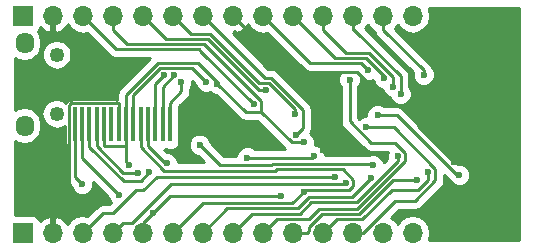
<source format=gbr>
G04 #@! TF.FileFunction,Copper,L2,Bot,Signal*
%FSLAX46Y46*%
G04 Gerber Fmt 4.6, Leading zero omitted, Abs format (unit mm)*
G04 Created by KiCad (PCBNEW 4.0.7-e2-6376~61~ubuntu18.04.1) date Sun Sep 30 15:28:24 2018*
%MOMM*%
%LPD*%
G01*
G04 APERTURE LIST*
%ADD10C,0.100000*%
%ADD11O,1.250000X1.250000*%
%ADD12O,1.550000X1.800000*%
%ADD13R,0.320000X3.000000*%
%ADD14R,1.700000X1.700000*%
%ADD15O,1.700000X1.700000*%
%ADD16C,0.600000*%
%ADD17C,0.240000*%
%ADD18C,0.254000*%
G04 APERTURE END LIST*
D10*
D11*
X54162540Y-54599100D03*
X54162540Y-59599100D03*
D12*
X51462540Y-53599100D03*
X51462540Y-60599100D03*
D13*
X55700000Y-60500000D03*
X56320000Y-60500000D03*
X56940000Y-60500000D03*
X57560000Y-60500000D03*
X58180000Y-60500000D03*
X58800000Y-60500000D03*
X59420000Y-60500000D03*
X60040000Y-60500000D03*
X60660000Y-60500000D03*
X61280000Y-60500000D03*
X61900000Y-60500000D03*
X62520000Y-60500000D03*
X63140000Y-60500000D03*
X63760000Y-60500000D03*
D14*
X51300000Y-51300000D03*
D15*
X53840000Y-51300000D03*
X56380000Y-51300000D03*
X58920000Y-51300000D03*
X61460000Y-51300000D03*
X64000000Y-51300000D03*
X66540000Y-51300000D03*
X69080000Y-51300000D03*
X71620000Y-51300000D03*
X74160000Y-51300000D03*
X76700000Y-51300000D03*
X79240000Y-51300000D03*
X81780000Y-51300000D03*
X84320000Y-51300000D03*
D14*
X51300000Y-69700000D03*
D15*
X53840000Y-69700000D03*
X56380000Y-69700000D03*
X58920000Y-69700000D03*
X61460000Y-69700000D03*
X64000000Y-69700000D03*
X66540000Y-69700000D03*
X69080000Y-69700000D03*
X71620000Y-69700000D03*
X74160000Y-69700000D03*
X76700000Y-69700000D03*
X79240000Y-69700000D03*
X81780000Y-69700000D03*
X84320000Y-69700000D03*
D16*
X89700000Y-57900000D03*
X89700000Y-51300000D03*
X53800000Y-63600000D03*
X77500000Y-59100000D03*
X67000000Y-59600000D03*
X51700000Y-56100000D03*
X84780600Y-59418600D03*
X87836900Y-63711700D03*
X76759800Y-62643900D03*
X72659300Y-53592100D03*
X70329000Y-63308300D03*
X75967200Y-63154600D03*
X81337300Y-59719700D03*
X88266600Y-64796600D03*
X67780200Y-57058300D03*
X60319100Y-63919200D03*
X75105800Y-62017900D03*
X64122600Y-56350600D03*
X64724200Y-56930500D03*
X56329500Y-65563500D03*
X59452400Y-66498700D03*
X62022000Y-64538500D03*
X61054900Y-64621300D03*
X66824300Y-56909700D03*
X80956200Y-63978600D03*
X66272500Y-62228300D03*
X75092300Y-66210700D03*
X62318800Y-67977300D03*
X63503200Y-63791600D03*
X73129300Y-66544900D03*
X63246000Y-56327900D03*
X80756000Y-65003200D03*
X83055500Y-63200400D03*
X83287200Y-57922000D03*
X82666800Y-57303000D03*
X81923300Y-56597200D03*
X80524400Y-55895700D03*
X85241900Y-56290400D03*
X74477000Y-61380600D03*
X74338100Y-59618000D03*
X71887300Y-57626100D03*
X70848700Y-58798100D03*
X78654900Y-65437600D03*
X78967800Y-56716400D03*
X77745900Y-64935600D03*
X84693300Y-65248300D03*
X85599500Y-64517500D03*
X80375800Y-60760300D03*
D17*
X89700000Y-51300000D02*
X89700000Y-57900000D01*
X88181400Y-59418600D02*
X89700000Y-57900000D01*
X88181400Y-59418600D02*
X84780600Y-59418600D01*
X53840000Y-69700000D02*
X53840000Y-63640000D01*
X53840000Y-63640000D02*
X53800000Y-63600000D01*
X76759800Y-62643900D02*
X76759800Y-59840200D01*
X76759800Y-59840200D02*
X77500000Y-59100000D01*
X53840000Y-51300000D02*
X53840000Y-52760000D01*
X52900000Y-54900000D02*
X51700000Y-56100000D01*
X52900000Y-53700000D02*
X52900000Y-54900000D01*
X53840000Y-52760000D02*
X52900000Y-53700000D01*
X69080000Y-51300000D02*
X71372100Y-53592100D01*
X71372100Y-53592100D02*
X72659300Y-53592100D01*
X53840000Y-51300000D02*
X53840000Y-52470300D01*
X53840000Y-69700000D02*
X53840000Y-68529700D01*
X55406800Y-54037100D02*
X55406800Y-58679000D01*
X53840000Y-52470300D02*
X55406800Y-54037100D01*
X55219600Y-58866200D02*
X55406800Y-58679000D01*
X55219600Y-67150100D02*
X55219600Y-58866200D01*
X53840000Y-68529700D02*
X55219600Y-67150100D01*
X59419300Y-58679000D02*
X59420000Y-58679700D01*
X55406800Y-58679000D02*
X59419300Y-58679000D01*
X59420000Y-60500000D02*
X59420000Y-58679700D01*
X84780600Y-60655400D02*
X84780600Y-59418600D01*
X87836900Y-63711700D02*
X84780600Y-60655400D01*
X76759800Y-56776500D02*
X76759800Y-62643900D01*
X75843700Y-56776500D02*
X76759800Y-56776500D01*
X72659300Y-53592100D02*
X75843700Y-56776500D01*
X84256900Y-58894900D02*
X84780600Y-59418600D01*
X82430600Y-58894900D02*
X84256900Y-58894900D01*
X79626600Y-56090900D02*
X82430600Y-58894900D01*
X77445400Y-56090900D02*
X79626600Y-56090900D01*
X76759800Y-56776500D02*
X77445400Y-56090900D01*
X75813500Y-63308300D02*
X75967200Y-63154600D01*
X70329000Y-63308300D02*
X75813500Y-63308300D01*
X88044600Y-64796600D02*
X88266600Y-64796600D01*
X82967700Y-59719700D02*
X88044600Y-64796600D01*
X81337300Y-59719700D02*
X82967700Y-59719700D01*
X58920000Y-51300000D02*
X58920000Y-52470300D01*
X58180000Y-60500000D02*
X58180000Y-62320300D01*
X60040000Y-60500000D02*
X60040000Y-58679700D01*
X60040000Y-60500000D02*
X60040000Y-62320300D01*
X58180000Y-62320300D02*
X60040000Y-62320300D01*
X60040000Y-63640100D02*
X60319100Y-63919200D01*
X60040000Y-62320300D02*
X60040000Y-63640100D01*
X70168100Y-59446200D02*
X67780200Y-57058300D01*
X71484200Y-59446200D02*
X70168100Y-59446200D01*
X74055900Y-62017900D02*
X71484200Y-59446200D01*
X75105800Y-62017900D02*
X74055900Y-62017900D01*
X60152800Y-53703100D02*
X58920000Y-52470300D01*
X66631000Y-53703100D02*
X60152800Y-53703100D01*
X71484200Y-58556300D02*
X66631000Y-53703100D01*
X71484200Y-59446200D02*
X71484200Y-58556300D01*
X60040000Y-57990400D02*
X60040000Y-58679700D01*
X62763100Y-55267300D02*
X60040000Y-57990400D01*
X66116000Y-55267300D02*
X62763100Y-55267300D01*
X67780200Y-56931500D02*
X66116000Y-55267300D01*
X67780200Y-57058300D02*
X67780200Y-56931500D01*
X63140000Y-57333200D02*
X64122600Y-56350600D01*
X63140000Y-60500000D02*
X63140000Y-57333200D01*
X63760000Y-60500000D02*
X63760000Y-58679700D01*
X64724200Y-57715500D02*
X64724200Y-56930500D01*
X63760000Y-58679700D02*
X64724200Y-57715500D01*
X55700000Y-64934000D02*
X55700000Y-60500000D01*
X56329500Y-65563500D02*
X55700000Y-64934000D01*
X56320000Y-63366300D02*
X56320000Y-60500000D01*
X59452400Y-66498700D02*
X56320000Y-63366300D01*
X56940000Y-62389400D02*
X56940000Y-60500000D01*
X59835500Y-65284900D02*
X56940000Y-62389400D01*
X61275600Y-65284900D02*
X59835500Y-65284900D01*
X62022000Y-64538500D02*
X61275600Y-65284900D01*
X57560000Y-62354800D02*
X57560000Y-60500000D01*
X59826500Y-64621300D02*
X57560000Y-62354800D01*
X61054900Y-64621300D02*
X59826500Y-64621300D01*
X60660000Y-60500000D02*
X60660000Y-58679700D01*
X60660000Y-57997100D02*
X60660000Y-58679700D01*
X62949500Y-55707600D02*
X60660000Y-57997100D01*
X65622200Y-55707600D02*
X62949500Y-55707600D01*
X66824300Y-56909700D02*
X65622200Y-55707600D01*
X68002100Y-63957900D02*
X66272500Y-62228300D01*
X72353600Y-63957900D02*
X68002100Y-63957900D01*
X72456900Y-63854600D02*
X72353600Y-63957900D01*
X80832200Y-63854600D02*
X72456900Y-63854600D01*
X80956200Y-63978600D02*
X80832200Y-63854600D01*
X64000000Y-69700000D02*
X66524900Y-67175100D01*
X66524900Y-67175100D02*
X74127900Y-67175100D01*
X74127900Y-67175100D02*
X75092300Y-66210700D01*
X61280000Y-60500000D02*
X61280000Y-62320300D01*
X75230000Y-66073000D02*
X75092300Y-66210700D01*
X78959200Y-66073000D02*
X75230000Y-66073000D01*
X79294400Y-65737800D02*
X78959200Y-66073000D01*
X79294400Y-65185900D02*
X79294400Y-65737800D01*
X78420500Y-64312000D02*
X79294400Y-65185900D01*
X72804600Y-64312000D02*
X78420500Y-64312000D01*
X72684200Y-64432400D02*
X72804600Y-64312000D01*
X63255300Y-64432400D02*
X72684200Y-64432400D01*
X61280000Y-62457100D02*
X63255300Y-64432400D01*
X61280000Y-62320300D02*
X61280000Y-62457100D01*
X61460000Y-69700000D02*
X61460000Y-68836100D01*
X61460000Y-68836100D02*
X62318800Y-67977300D01*
X61900000Y-60500000D02*
X61900000Y-62320300D01*
X63371300Y-63791600D02*
X63503200Y-63791600D01*
X61900000Y-62320300D02*
X63371300Y-63791600D01*
X63751200Y-66544900D02*
X73129300Y-66544900D01*
X62318800Y-67977300D02*
X63751200Y-66544900D01*
X62520000Y-57053900D02*
X62520000Y-60500000D01*
X63246000Y-56327900D02*
X62520000Y-57053900D01*
X66540000Y-69700000D02*
X68624600Y-67615400D01*
X68624600Y-67615400D02*
X74565100Y-67615400D01*
X74565100Y-67615400D02*
X75557100Y-66623400D01*
X75557100Y-66623400D02*
X79135800Y-66623400D01*
X79135800Y-66623400D02*
X80756000Y-65003200D01*
X69080000Y-69700000D02*
X70724300Y-68055700D01*
X70724300Y-68055700D02*
X74747500Y-68055700D01*
X74747500Y-68055700D02*
X75739400Y-67063800D01*
X75739400Y-67063800D02*
X79572700Y-67063800D01*
X79572700Y-67063800D02*
X83055500Y-63581000D01*
X83055500Y-63581000D02*
X83055500Y-63200400D01*
X79240000Y-51300000D02*
X79240000Y-52470300D01*
X83287200Y-56444400D02*
X83287200Y-57922000D01*
X79313100Y-52470300D02*
X83287200Y-56444400D01*
X79240000Y-52470300D02*
X79313100Y-52470300D01*
X76700000Y-51300000D02*
X76700000Y-52502081D01*
X76700000Y-52502081D02*
X78630009Y-54432090D01*
X78630009Y-54432090D02*
X80640990Y-54432090D01*
X80640990Y-54432090D02*
X82666700Y-56457800D01*
X82666700Y-56457800D02*
X82666700Y-57303000D01*
X82666700Y-57303000D02*
X82666800Y-57303000D01*
X74160000Y-51300000D02*
X77732100Y-54872100D01*
X77732100Y-54872100D02*
X80398900Y-54872100D01*
X80398900Y-54872100D02*
X81923300Y-56396500D01*
X81923300Y-56396500D02*
X81923300Y-56597200D01*
X71620000Y-51300000D02*
X75632500Y-55312500D01*
X75632500Y-55312500D02*
X79941200Y-55312500D01*
X79941200Y-55312500D02*
X80524400Y-55895700D01*
X85241900Y-55932200D02*
X85241900Y-56290400D01*
X81780000Y-52470300D02*
X85241900Y-55932200D01*
X81780000Y-51300000D02*
X81780000Y-52470300D01*
X72300000Y-56538600D02*
X75012100Y-59250700D01*
X71778600Y-56538600D02*
X72300000Y-56538600D01*
X66540000Y-51300000D02*
X71778600Y-56538600D01*
X75012100Y-59250700D02*
X75012100Y-60845500D01*
X75012100Y-60845500D02*
X74477000Y-61380600D01*
X72138500Y-57000000D02*
X74338100Y-59199600D01*
X67145350Y-52823082D02*
X71322268Y-57000000D01*
X71322268Y-57000000D02*
X72138500Y-57000000D01*
X64000000Y-51300000D02*
X65523081Y-52823081D01*
X65523081Y-52823081D02*
X67145350Y-52823082D01*
X74338100Y-59199600D02*
X74338100Y-59618000D01*
X61460000Y-51300000D02*
X63423090Y-53263090D01*
X63423090Y-53263090D02*
X66963091Y-53263091D01*
X66963091Y-53263091D02*
X71326100Y-57626100D01*
X71326100Y-57626100D02*
X71887300Y-57626100D01*
X56380000Y-51300000D02*
X59223110Y-54143110D01*
X59223110Y-54143110D02*
X66193710Y-54143110D01*
X66193710Y-54143110D02*
X66421900Y-54371300D01*
X66421900Y-54371300D02*
X70848700Y-58798100D01*
X58920000Y-69700000D02*
X59769999Y-68850001D01*
X60568899Y-68850001D02*
X63828500Y-65590400D01*
X78502100Y-65590400D02*
X78654900Y-65437600D01*
X59769999Y-68850001D02*
X60568899Y-68850001D01*
X63828500Y-65590400D02*
X78502100Y-65590400D01*
X71620000Y-69700000D02*
X72790300Y-68529700D01*
X72790300Y-68529700D02*
X75519100Y-68529700D01*
X83679800Y-63579400D02*
X83679800Y-62937900D01*
X75519100Y-68529700D02*
X76399900Y-67648900D01*
X76399900Y-67648900D02*
X79610300Y-67648900D01*
X79610300Y-67648900D02*
X83679800Y-63579400D01*
X83679800Y-62937900D02*
X82829300Y-62087400D01*
X78967900Y-60250500D02*
X78967900Y-56716400D01*
X82829300Y-62087400D02*
X80804800Y-62087400D01*
X80804800Y-62087400D02*
X78967900Y-60250500D01*
X78967900Y-56716400D02*
X78967800Y-56716400D01*
X56380000Y-69700000D02*
X58080000Y-68000000D01*
X58957600Y-68000000D02*
X60893700Y-66063900D01*
X58080000Y-68000000D02*
X58957600Y-68000000D01*
X60893700Y-66063900D02*
X61516300Y-66063900D01*
X61516300Y-66063900D02*
X62644600Y-64935600D01*
X62644600Y-64935600D02*
X77745900Y-64935600D01*
X74160000Y-69700000D02*
X75362081Y-69700000D01*
X75362081Y-69700000D02*
X75529999Y-69532082D01*
X75529999Y-69214901D02*
X76655600Y-68089300D01*
X75529999Y-69532082D02*
X75529999Y-69214901D01*
X79792600Y-68089300D02*
X82633600Y-65248300D01*
X76655600Y-68089300D02*
X79792600Y-68089300D01*
X82633600Y-65248300D02*
X84693300Y-65248300D01*
X76700000Y-69700000D02*
X77870300Y-68529700D01*
X77870300Y-68529700D02*
X80059300Y-68529700D01*
X80059300Y-68529700D02*
X82526400Y-66062600D01*
X85599500Y-65240100D02*
X85599500Y-64517500D01*
X82526400Y-66062600D02*
X84777000Y-66062600D01*
X84777000Y-66062600D02*
X85599500Y-65240100D01*
X79240000Y-69700000D02*
X80124200Y-69700000D01*
X80124200Y-69700000D02*
X82818400Y-67005800D01*
X82818400Y-67005800D02*
X84477200Y-67005800D01*
X84477200Y-67005800D02*
X86246700Y-65236300D01*
X86246700Y-65236300D02*
X86246700Y-64254100D01*
X86246700Y-64254100D02*
X82752900Y-60760300D01*
X82752900Y-60760300D02*
X80375800Y-60760300D01*
D18*
G36*
X93315000Y-70315000D02*
X85680186Y-70315000D01*
X85691961Y-70297378D01*
X85805000Y-69729093D01*
X85805000Y-69670907D01*
X85691961Y-69102622D01*
X85370054Y-68620853D01*
X84888285Y-68298946D01*
X84320000Y-68185907D01*
X83751715Y-68298946D01*
X83269946Y-68620853D01*
X83050000Y-68950026D01*
X82830054Y-68620853D01*
X82494972Y-68396959D01*
X83131131Y-67760800D01*
X84477195Y-67760800D01*
X84477200Y-67760801D01*
X84766126Y-67703329D01*
X85011066Y-67539666D01*
X86780566Y-65770166D01*
X86944229Y-65525226D01*
X87001701Y-65236300D01*
X87001700Y-65236295D01*
X87001700Y-64821432D01*
X87450720Y-65270452D01*
X87473483Y-65325543D01*
X87736273Y-65588792D01*
X88079801Y-65731438D01*
X88451767Y-65731762D01*
X88795543Y-65589717D01*
X89058792Y-65326927D01*
X89201438Y-64983399D01*
X89201762Y-64611433D01*
X89059717Y-64267657D01*
X88796927Y-64004408D01*
X88453399Y-63861762D01*
X88177253Y-63861521D01*
X83501566Y-59185834D01*
X83256626Y-59022171D01*
X82967700Y-58964699D01*
X82967695Y-58964700D01*
X81904754Y-58964700D01*
X81867627Y-58927508D01*
X81524099Y-58784862D01*
X81152133Y-58784538D01*
X80808357Y-58926583D01*
X80545108Y-59189373D01*
X80402462Y-59532901D01*
X80402207Y-59825322D01*
X80190633Y-59825138D01*
X79846857Y-59967183D01*
X79799545Y-60014413D01*
X79722900Y-59937768D01*
X79722900Y-57283754D01*
X79759992Y-57246727D01*
X79902638Y-56903199D01*
X79902905Y-56596565D01*
X79994073Y-56687892D01*
X80337601Y-56830538D01*
X80709567Y-56830862D01*
X80988196Y-56715735D01*
X80988138Y-56782367D01*
X81130183Y-57126143D01*
X81392973Y-57389392D01*
X81736501Y-57532038D01*
X81749770Y-57532050D01*
X81873683Y-57831943D01*
X82136473Y-58095192D01*
X82390710Y-58200761D01*
X82494083Y-58450943D01*
X82756873Y-58714192D01*
X83100401Y-58856838D01*
X83472367Y-58857162D01*
X83816143Y-58715117D01*
X84079392Y-58452327D01*
X84222038Y-58108799D01*
X84222362Y-57736833D01*
X84080317Y-57393057D01*
X84042200Y-57354873D01*
X84042200Y-56444400D01*
X83984729Y-56155474D01*
X83821066Y-55910534D01*
X80289829Y-52379297D01*
X80290054Y-52379147D01*
X80510000Y-52049974D01*
X80729946Y-52379147D01*
X81049315Y-52592542D01*
X81082471Y-52759226D01*
X81246134Y-53004166D01*
X84318360Y-56076392D01*
X84307062Y-56103601D01*
X84306738Y-56475567D01*
X84448783Y-56819343D01*
X84711573Y-57082592D01*
X85055101Y-57225238D01*
X85427067Y-57225562D01*
X85770843Y-57083517D01*
X86034092Y-56820727D01*
X86176738Y-56477199D01*
X86177062Y-56105233D01*
X86035017Y-55761457D01*
X85945000Y-55671283D01*
X85939429Y-55643274D01*
X85775766Y-55398334D01*
X82786009Y-52408577D01*
X82830054Y-52379147D01*
X83050000Y-52049974D01*
X83269946Y-52379147D01*
X83751715Y-52701054D01*
X84320000Y-52814093D01*
X84888285Y-52701054D01*
X85370054Y-52379147D01*
X85691961Y-51897378D01*
X85805000Y-51329093D01*
X85805000Y-51270907D01*
X85691961Y-50702622D01*
X85680186Y-50685000D01*
X93315000Y-50685000D01*
X93315000Y-70315000D01*
X93315000Y-70315000D01*
G37*
X93315000Y-70315000D02*
X85680186Y-70315000D01*
X85691961Y-70297378D01*
X85805000Y-69729093D01*
X85805000Y-69670907D01*
X85691961Y-69102622D01*
X85370054Y-68620853D01*
X84888285Y-68298946D01*
X84320000Y-68185907D01*
X83751715Y-68298946D01*
X83269946Y-68620853D01*
X83050000Y-68950026D01*
X82830054Y-68620853D01*
X82494972Y-68396959D01*
X83131131Y-67760800D01*
X84477195Y-67760800D01*
X84477200Y-67760801D01*
X84766126Y-67703329D01*
X85011066Y-67539666D01*
X86780566Y-65770166D01*
X86944229Y-65525226D01*
X87001701Y-65236300D01*
X87001700Y-65236295D01*
X87001700Y-64821432D01*
X87450720Y-65270452D01*
X87473483Y-65325543D01*
X87736273Y-65588792D01*
X88079801Y-65731438D01*
X88451767Y-65731762D01*
X88795543Y-65589717D01*
X89058792Y-65326927D01*
X89201438Y-64983399D01*
X89201762Y-64611433D01*
X89059717Y-64267657D01*
X88796927Y-64004408D01*
X88453399Y-63861762D01*
X88177253Y-63861521D01*
X83501566Y-59185834D01*
X83256626Y-59022171D01*
X82967700Y-58964699D01*
X82967695Y-58964700D01*
X81904754Y-58964700D01*
X81867627Y-58927508D01*
X81524099Y-58784862D01*
X81152133Y-58784538D01*
X80808357Y-58926583D01*
X80545108Y-59189373D01*
X80402462Y-59532901D01*
X80402207Y-59825322D01*
X80190633Y-59825138D01*
X79846857Y-59967183D01*
X79799545Y-60014413D01*
X79722900Y-59937768D01*
X79722900Y-57283754D01*
X79759992Y-57246727D01*
X79902638Y-56903199D01*
X79902905Y-56596565D01*
X79994073Y-56687892D01*
X80337601Y-56830538D01*
X80709567Y-56830862D01*
X80988196Y-56715735D01*
X80988138Y-56782367D01*
X81130183Y-57126143D01*
X81392973Y-57389392D01*
X81736501Y-57532038D01*
X81749770Y-57532050D01*
X81873683Y-57831943D01*
X82136473Y-58095192D01*
X82390710Y-58200761D01*
X82494083Y-58450943D01*
X82756873Y-58714192D01*
X83100401Y-58856838D01*
X83472367Y-58857162D01*
X83816143Y-58715117D01*
X84079392Y-58452327D01*
X84222038Y-58108799D01*
X84222362Y-57736833D01*
X84080317Y-57393057D01*
X84042200Y-57354873D01*
X84042200Y-56444400D01*
X83984729Y-56155474D01*
X83821066Y-55910534D01*
X80289829Y-52379297D01*
X80290054Y-52379147D01*
X80510000Y-52049974D01*
X80729946Y-52379147D01*
X81049315Y-52592542D01*
X81082471Y-52759226D01*
X81246134Y-53004166D01*
X84318360Y-56076392D01*
X84307062Y-56103601D01*
X84306738Y-56475567D01*
X84448783Y-56819343D01*
X84711573Y-57082592D01*
X85055101Y-57225238D01*
X85427067Y-57225562D01*
X85770843Y-57083517D01*
X86034092Y-56820727D01*
X86176738Y-56477199D01*
X86177062Y-56105233D01*
X86035017Y-55761457D01*
X85945000Y-55671283D01*
X85939429Y-55643274D01*
X85775766Y-55398334D01*
X82786009Y-52408577D01*
X82830054Y-52379147D01*
X83050000Y-52049974D01*
X83269946Y-52379147D01*
X83751715Y-52701054D01*
X84320000Y-52814093D01*
X84888285Y-52701054D01*
X85370054Y-52379147D01*
X85691961Y-51897378D01*
X85805000Y-51329093D01*
X85805000Y-51270907D01*
X85691961Y-50702622D01*
X85680186Y-50685000D01*
X93315000Y-50685000D01*
X93315000Y-70315000D01*
G36*
X53967000Y-51173000D02*
X53987000Y-51173000D01*
X53987000Y-51427000D01*
X53967000Y-51427000D01*
X53967000Y-52620155D01*
X54196890Y-52741476D01*
X54606924Y-52571645D01*
X55035183Y-52181358D01*
X55102298Y-52038447D01*
X55329946Y-52379147D01*
X55811715Y-52701054D01*
X56380000Y-52814093D01*
X56752305Y-52740037D01*
X58689242Y-54676973D01*
X58689244Y-54676976D01*
X58841387Y-54778634D01*
X58934184Y-54840639D01*
X59223110Y-54898111D01*
X59223115Y-54898110D01*
X62064558Y-54898110D01*
X59506134Y-57456534D01*
X59342471Y-57701474D01*
X59284999Y-57990400D01*
X59285000Y-57990405D01*
X59285000Y-58453523D01*
X59236924Y-58420674D01*
X59181250Y-58365000D01*
X59133691Y-58365000D01*
X59096829Y-58380269D01*
X58960000Y-58352560D01*
X58640000Y-58352560D01*
X58484493Y-58381821D01*
X58340000Y-58352560D01*
X58020000Y-58352560D01*
X57864493Y-58381821D01*
X57720000Y-58352560D01*
X57400000Y-58352560D01*
X57244493Y-58381821D01*
X57100000Y-58352560D01*
X56780000Y-58352560D01*
X56624493Y-58381821D01*
X56480000Y-58352560D01*
X56160000Y-58352560D01*
X56004493Y-58381821D01*
X55860000Y-58352560D01*
X55540000Y-58352560D01*
X55304683Y-58396838D01*
X55088559Y-58535910D01*
X55004510Y-58658920D01*
X54669406Y-58435012D01*
X54187225Y-58339100D01*
X54137855Y-58339100D01*
X53655674Y-58435012D01*
X53246900Y-58708145D01*
X52973767Y-59116919D01*
X52877855Y-59599100D01*
X52973767Y-60081281D01*
X53246900Y-60490055D01*
X53655674Y-60763188D01*
X54137855Y-60859100D01*
X54187225Y-60859100D01*
X54669406Y-60763188D01*
X54892560Y-60614082D01*
X54892560Y-62000000D01*
X54936838Y-62235317D01*
X54945000Y-62248001D01*
X54945000Y-64933995D01*
X54944999Y-64934000D01*
X55002471Y-65222926D01*
X55166134Y-65467866D01*
X55394384Y-65696115D01*
X55394338Y-65748667D01*
X55536383Y-66092443D01*
X55799173Y-66355692D01*
X56142701Y-66498338D01*
X56514667Y-66498662D01*
X56858443Y-66356617D01*
X57121692Y-66093827D01*
X57264338Y-65750299D01*
X57264662Y-65378693D01*
X58517284Y-66631315D01*
X58517238Y-66683867D01*
X58659283Y-67027643D01*
X58760665Y-67129203D01*
X58644868Y-67245000D01*
X58080000Y-67245000D01*
X57791074Y-67302471D01*
X57546134Y-67466134D01*
X56752305Y-68259963D01*
X56380000Y-68185907D01*
X55811715Y-68298946D01*
X55329946Y-68620853D01*
X55102298Y-68961553D01*
X55035183Y-68818642D01*
X54606924Y-68428355D01*
X54196890Y-68258524D01*
X53967000Y-68379845D01*
X53967000Y-69573000D01*
X53987000Y-69573000D01*
X53987000Y-69827000D01*
X53967000Y-69827000D01*
X53967000Y-69847000D01*
X53713000Y-69847000D01*
X53713000Y-69827000D01*
X53693000Y-69827000D01*
X53693000Y-69573000D01*
X53713000Y-69573000D01*
X53713000Y-68379845D01*
X53483110Y-68258524D01*
X53073076Y-68428355D01*
X52770063Y-68704501D01*
X52753162Y-68614683D01*
X52614090Y-68398559D01*
X52401890Y-68253569D01*
X52150000Y-68202560D01*
X50685000Y-68202560D01*
X50685000Y-61897845D01*
X50922956Y-62056842D01*
X51462540Y-62164172D01*
X52002124Y-62056842D01*
X52459561Y-61751193D01*
X52765210Y-61293756D01*
X52872540Y-60754172D01*
X52872540Y-60444028D01*
X52765210Y-59904444D01*
X52459561Y-59447007D01*
X52002124Y-59141358D01*
X51462540Y-59034028D01*
X50922956Y-59141358D01*
X50685000Y-59300355D01*
X50685000Y-54897845D01*
X50922956Y-55056842D01*
X51462540Y-55164172D01*
X52002124Y-55056842D01*
X52459561Y-54751193D01*
X52561186Y-54599100D01*
X52877855Y-54599100D01*
X52973767Y-55081281D01*
X53246900Y-55490055D01*
X53655674Y-55763188D01*
X54137855Y-55859100D01*
X54187225Y-55859100D01*
X54669406Y-55763188D01*
X55078180Y-55490055D01*
X55351313Y-55081281D01*
X55447225Y-54599100D01*
X55351313Y-54116919D01*
X55078180Y-53708145D01*
X54669406Y-53435012D01*
X54187225Y-53339100D01*
X54137855Y-53339100D01*
X53655674Y-53435012D01*
X53246900Y-53708145D01*
X52973767Y-54116919D01*
X52877855Y-54599100D01*
X52561186Y-54599100D01*
X52765210Y-54293756D01*
X52872540Y-53754172D01*
X52872540Y-53444028D01*
X52765210Y-52904444D01*
X52580294Y-52627698D01*
X52601441Y-52614090D01*
X52746431Y-52401890D01*
X52768301Y-52293893D01*
X53073076Y-52571645D01*
X53483110Y-52741476D01*
X53713000Y-52620155D01*
X53713000Y-51427000D01*
X53693000Y-51427000D01*
X53693000Y-51173000D01*
X53713000Y-51173000D01*
X53713000Y-51153000D01*
X53967000Y-51153000D01*
X53967000Y-51173000D01*
X53967000Y-51173000D01*
G37*
X53967000Y-51173000D02*
X53987000Y-51173000D01*
X53987000Y-51427000D01*
X53967000Y-51427000D01*
X53967000Y-52620155D01*
X54196890Y-52741476D01*
X54606924Y-52571645D01*
X55035183Y-52181358D01*
X55102298Y-52038447D01*
X55329946Y-52379147D01*
X55811715Y-52701054D01*
X56380000Y-52814093D01*
X56752305Y-52740037D01*
X58689242Y-54676973D01*
X58689244Y-54676976D01*
X58841387Y-54778634D01*
X58934184Y-54840639D01*
X59223110Y-54898111D01*
X59223115Y-54898110D01*
X62064558Y-54898110D01*
X59506134Y-57456534D01*
X59342471Y-57701474D01*
X59284999Y-57990400D01*
X59285000Y-57990405D01*
X59285000Y-58453523D01*
X59236924Y-58420674D01*
X59181250Y-58365000D01*
X59133691Y-58365000D01*
X59096829Y-58380269D01*
X58960000Y-58352560D01*
X58640000Y-58352560D01*
X58484493Y-58381821D01*
X58340000Y-58352560D01*
X58020000Y-58352560D01*
X57864493Y-58381821D01*
X57720000Y-58352560D01*
X57400000Y-58352560D01*
X57244493Y-58381821D01*
X57100000Y-58352560D01*
X56780000Y-58352560D01*
X56624493Y-58381821D01*
X56480000Y-58352560D01*
X56160000Y-58352560D01*
X56004493Y-58381821D01*
X55860000Y-58352560D01*
X55540000Y-58352560D01*
X55304683Y-58396838D01*
X55088559Y-58535910D01*
X55004510Y-58658920D01*
X54669406Y-58435012D01*
X54187225Y-58339100D01*
X54137855Y-58339100D01*
X53655674Y-58435012D01*
X53246900Y-58708145D01*
X52973767Y-59116919D01*
X52877855Y-59599100D01*
X52973767Y-60081281D01*
X53246900Y-60490055D01*
X53655674Y-60763188D01*
X54137855Y-60859100D01*
X54187225Y-60859100D01*
X54669406Y-60763188D01*
X54892560Y-60614082D01*
X54892560Y-62000000D01*
X54936838Y-62235317D01*
X54945000Y-62248001D01*
X54945000Y-64933995D01*
X54944999Y-64934000D01*
X55002471Y-65222926D01*
X55166134Y-65467866D01*
X55394384Y-65696115D01*
X55394338Y-65748667D01*
X55536383Y-66092443D01*
X55799173Y-66355692D01*
X56142701Y-66498338D01*
X56514667Y-66498662D01*
X56858443Y-66356617D01*
X57121692Y-66093827D01*
X57264338Y-65750299D01*
X57264662Y-65378693D01*
X58517284Y-66631315D01*
X58517238Y-66683867D01*
X58659283Y-67027643D01*
X58760665Y-67129203D01*
X58644868Y-67245000D01*
X58080000Y-67245000D01*
X57791074Y-67302471D01*
X57546134Y-67466134D01*
X56752305Y-68259963D01*
X56380000Y-68185907D01*
X55811715Y-68298946D01*
X55329946Y-68620853D01*
X55102298Y-68961553D01*
X55035183Y-68818642D01*
X54606924Y-68428355D01*
X54196890Y-68258524D01*
X53967000Y-68379845D01*
X53967000Y-69573000D01*
X53987000Y-69573000D01*
X53987000Y-69827000D01*
X53967000Y-69827000D01*
X53967000Y-69847000D01*
X53713000Y-69847000D01*
X53713000Y-69827000D01*
X53693000Y-69827000D01*
X53693000Y-69573000D01*
X53713000Y-69573000D01*
X53713000Y-68379845D01*
X53483110Y-68258524D01*
X53073076Y-68428355D01*
X52770063Y-68704501D01*
X52753162Y-68614683D01*
X52614090Y-68398559D01*
X52401890Y-68253569D01*
X52150000Y-68202560D01*
X50685000Y-68202560D01*
X50685000Y-61897845D01*
X50922956Y-62056842D01*
X51462540Y-62164172D01*
X52002124Y-62056842D01*
X52459561Y-61751193D01*
X52765210Y-61293756D01*
X52872540Y-60754172D01*
X52872540Y-60444028D01*
X52765210Y-59904444D01*
X52459561Y-59447007D01*
X52002124Y-59141358D01*
X51462540Y-59034028D01*
X50922956Y-59141358D01*
X50685000Y-59300355D01*
X50685000Y-54897845D01*
X50922956Y-55056842D01*
X51462540Y-55164172D01*
X52002124Y-55056842D01*
X52459561Y-54751193D01*
X52561186Y-54599100D01*
X52877855Y-54599100D01*
X52973767Y-55081281D01*
X53246900Y-55490055D01*
X53655674Y-55763188D01*
X54137855Y-55859100D01*
X54187225Y-55859100D01*
X54669406Y-55763188D01*
X55078180Y-55490055D01*
X55351313Y-55081281D01*
X55447225Y-54599100D01*
X55351313Y-54116919D01*
X55078180Y-53708145D01*
X54669406Y-53435012D01*
X54187225Y-53339100D01*
X54137855Y-53339100D01*
X53655674Y-53435012D01*
X53246900Y-53708145D01*
X52973767Y-54116919D01*
X52877855Y-54599100D01*
X52561186Y-54599100D01*
X52765210Y-54293756D01*
X52872540Y-53754172D01*
X52872540Y-53444028D01*
X52765210Y-52904444D01*
X52580294Y-52627698D01*
X52601441Y-52614090D01*
X52746431Y-52401890D01*
X52768301Y-52293893D01*
X53073076Y-52571645D01*
X53483110Y-52741476D01*
X53713000Y-52620155D01*
X53713000Y-51427000D01*
X53693000Y-51427000D01*
X53693000Y-51173000D01*
X53713000Y-51173000D01*
X53713000Y-51153000D01*
X53967000Y-51153000D01*
X53967000Y-51173000D01*
G36*
X70569946Y-52379147D02*
X71051715Y-52701054D01*
X71620000Y-52814093D01*
X71992305Y-52740037D01*
X75098634Y-55846366D01*
X75343574Y-56010029D01*
X75632500Y-56067501D01*
X75632505Y-56067500D01*
X78294388Y-56067500D01*
X78175608Y-56186073D01*
X78032962Y-56529601D01*
X78032638Y-56901567D01*
X78174683Y-57245343D01*
X78212900Y-57283627D01*
X78212900Y-60250495D01*
X78212899Y-60250500D01*
X78270371Y-60539426D01*
X78434034Y-60784366D01*
X80270934Y-62621266D01*
X80515874Y-62784929D01*
X80804800Y-62842401D01*
X80804805Y-62842400D01*
X82191751Y-62842400D01*
X82120662Y-63013601D01*
X82120338Y-63385567D01*
X82138718Y-63430050D01*
X81857438Y-63711330D01*
X81749317Y-63449657D01*
X81486527Y-63186408D01*
X81142999Y-63043762D01*
X80771033Y-63043438D01*
X80635110Y-63099600D01*
X76902249Y-63099600D01*
X76902362Y-62969433D01*
X76760317Y-62625657D01*
X76497527Y-62362408D01*
X76153999Y-62219762D01*
X76034427Y-62219658D01*
X76040638Y-62204699D01*
X76040962Y-61832733D01*
X75898917Y-61488957D01*
X75643621Y-61233215D01*
X75709629Y-61134426D01*
X75719846Y-61083062D01*
X75767101Y-60845500D01*
X75767100Y-60845495D01*
X75767100Y-59250705D01*
X75767101Y-59250700D01*
X75709629Y-58961774D01*
X75650773Y-58873690D01*
X75545966Y-58716834D01*
X75545963Y-58716832D01*
X72833866Y-56004734D01*
X72588926Y-55841071D01*
X72300000Y-55783599D01*
X72299995Y-55783600D01*
X72091332Y-55783600D01*
X69092732Y-52785000D01*
X69207002Y-52785000D01*
X69207002Y-52620156D01*
X69436890Y-52741476D01*
X69846924Y-52571645D01*
X70275183Y-52181358D01*
X70342298Y-52038447D01*
X70569946Y-52379147D01*
X70569946Y-52379147D01*
G37*
X70569946Y-52379147D02*
X71051715Y-52701054D01*
X71620000Y-52814093D01*
X71992305Y-52740037D01*
X75098634Y-55846366D01*
X75343574Y-56010029D01*
X75632500Y-56067501D01*
X75632505Y-56067500D01*
X78294388Y-56067500D01*
X78175608Y-56186073D01*
X78032962Y-56529601D01*
X78032638Y-56901567D01*
X78174683Y-57245343D01*
X78212900Y-57283627D01*
X78212900Y-60250495D01*
X78212899Y-60250500D01*
X78270371Y-60539426D01*
X78434034Y-60784366D01*
X80270934Y-62621266D01*
X80515874Y-62784929D01*
X80804800Y-62842401D01*
X80804805Y-62842400D01*
X82191751Y-62842400D01*
X82120662Y-63013601D01*
X82120338Y-63385567D01*
X82138718Y-63430050D01*
X81857438Y-63711330D01*
X81749317Y-63449657D01*
X81486527Y-63186408D01*
X81142999Y-63043762D01*
X80771033Y-63043438D01*
X80635110Y-63099600D01*
X76902249Y-63099600D01*
X76902362Y-62969433D01*
X76760317Y-62625657D01*
X76497527Y-62362408D01*
X76153999Y-62219762D01*
X76034427Y-62219658D01*
X76040638Y-62204699D01*
X76040962Y-61832733D01*
X75898917Y-61488957D01*
X75643621Y-61233215D01*
X75709629Y-61134426D01*
X75719846Y-61083062D01*
X75767101Y-60845500D01*
X75767100Y-60845495D01*
X75767100Y-59250705D01*
X75767101Y-59250700D01*
X75709629Y-58961774D01*
X75650773Y-58873690D01*
X75545966Y-58716834D01*
X75545963Y-58716832D01*
X72833866Y-56004734D01*
X72588926Y-55841071D01*
X72300000Y-55783599D01*
X72299995Y-55783600D01*
X72091332Y-55783600D01*
X69092732Y-52785000D01*
X69207002Y-52785000D01*
X69207002Y-52620156D01*
X69436890Y-52741476D01*
X69846924Y-52571645D01*
X70275183Y-52181358D01*
X70342298Y-52038447D01*
X70569946Y-52379147D01*
G36*
X65889184Y-57042316D02*
X65889138Y-57094867D01*
X66031183Y-57438643D01*
X66293973Y-57701892D01*
X66637501Y-57844538D01*
X67009467Y-57844862D01*
X67175691Y-57776180D01*
X67249873Y-57850492D01*
X67593401Y-57993138D01*
X67647353Y-57993185D01*
X69634232Y-59980063D01*
X69634234Y-59980066D01*
X69879174Y-60143729D01*
X70168100Y-60201201D01*
X70168105Y-60201200D01*
X71171468Y-60201200D01*
X73522034Y-62551766D01*
X73524330Y-62553300D01*
X70896454Y-62553300D01*
X70859327Y-62516108D01*
X70515799Y-62373462D01*
X70143833Y-62373138D01*
X69800057Y-62515183D01*
X69536808Y-62777973D01*
X69394162Y-63121501D01*
X69394091Y-63202900D01*
X68314831Y-63202900D01*
X67207616Y-62095684D01*
X67207662Y-62043133D01*
X67065617Y-61699357D01*
X66802827Y-61436108D01*
X66459299Y-61293462D01*
X66087333Y-61293138D01*
X65743557Y-61435183D01*
X65480308Y-61697973D01*
X65337662Y-62041501D01*
X65337338Y-62413467D01*
X65479383Y-62757243D01*
X65742173Y-63020492D01*
X66085701Y-63163138D01*
X66139653Y-63163185D01*
X66653869Y-63677400D01*
X64438300Y-63677400D01*
X64438362Y-63606433D01*
X64296317Y-63262657D01*
X64033527Y-62999408D01*
X63689999Y-62856762D01*
X63504031Y-62856600D01*
X63294871Y-62647440D01*
X63300000Y-62647440D01*
X63455507Y-62618179D01*
X63600000Y-62647440D01*
X63920000Y-62647440D01*
X64155317Y-62603162D01*
X64371441Y-62464090D01*
X64516431Y-62251890D01*
X64567440Y-62000000D01*
X64567440Y-59000000D01*
X64557937Y-58949495D01*
X65258063Y-58249368D01*
X65258066Y-58249366D01*
X65421729Y-58004426D01*
X65426156Y-57982171D01*
X65479201Y-57715500D01*
X65479200Y-57715495D01*
X65479200Y-57497954D01*
X65516392Y-57460827D01*
X65659038Y-57117299D01*
X65659304Y-56812436D01*
X65889184Y-57042316D01*
X65889184Y-57042316D01*
G37*
X65889184Y-57042316D02*
X65889138Y-57094867D01*
X66031183Y-57438643D01*
X66293973Y-57701892D01*
X66637501Y-57844538D01*
X67009467Y-57844862D01*
X67175691Y-57776180D01*
X67249873Y-57850492D01*
X67593401Y-57993138D01*
X67647353Y-57993185D01*
X69634232Y-59980063D01*
X69634234Y-59980066D01*
X69879174Y-60143729D01*
X70168100Y-60201201D01*
X70168105Y-60201200D01*
X71171468Y-60201200D01*
X73522034Y-62551766D01*
X73524330Y-62553300D01*
X70896454Y-62553300D01*
X70859327Y-62516108D01*
X70515799Y-62373462D01*
X70143833Y-62373138D01*
X69800057Y-62515183D01*
X69536808Y-62777973D01*
X69394162Y-63121501D01*
X69394091Y-63202900D01*
X68314831Y-63202900D01*
X67207616Y-62095684D01*
X67207662Y-62043133D01*
X67065617Y-61699357D01*
X66802827Y-61436108D01*
X66459299Y-61293462D01*
X66087333Y-61293138D01*
X65743557Y-61435183D01*
X65480308Y-61697973D01*
X65337662Y-62041501D01*
X65337338Y-62413467D01*
X65479383Y-62757243D01*
X65742173Y-63020492D01*
X66085701Y-63163138D01*
X66139653Y-63163185D01*
X66653869Y-63677400D01*
X64438300Y-63677400D01*
X64438362Y-63606433D01*
X64296317Y-63262657D01*
X64033527Y-62999408D01*
X63689999Y-62856762D01*
X63504031Y-62856600D01*
X63294871Y-62647440D01*
X63300000Y-62647440D01*
X63455507Y-62618179D01*
X63600000Y-62647440D01*
X63920000Y-62647440D01*
X64155317Y-62603162D01*
X64371441Y-62464090D01*
X64516431Y-62251890D01*
X64567440Y-62000000D01*
X64567440Y-59000000D01*
X64557937Y-58949495D01*
X65258063Y-58249368D01*
X65258066Y-58249366D01*
X65421729Y-58004426D01*
X65426156Y-57982171D01*
X65479201Y-57715500D01*
X65479200Y-57715495D01*
X65479200Y-57497954D01*
X65516392Y-57460827D01*
X65659038Y-57117299D01*
X65659304Y-56812436D01*
X65889184Y-57042316D01*
G36*
X69207000Y-51173000D02*
X69227000Y-51173000D01*
X69227000Y-51427000D01*
X69207000Y-51427000D01*
X69207000Y-51447000D01*
X68953000Y-51447000D01*
X68953000Y-51427000D01*
X68933000Y-51427000D01*
X68933000Y-51173000D01*
X68953000Y-51173000D01*
X68953000Y-51153000D01*
X69207000Y-51153000D01*
X69207000Y-51173000D01*
X69207000Y-51173000D01*
G37*
X69207000Y-51173000D02*
X69227000Y-51173000D01*
X69227000Y-51427000D01*
X69207000Y-51427000D01*
X69207000Y-51447000D01*
X68953000Y-51447000D01*
X68953000Y-51427000D01*
X68933000Y-51427000D01*
X68933000Y-51173000D01*
X68953000Y-51173000D01*
X68953000Y-51153000D01*
X69207000Y-51153000D01*
X69207000Y-51173000D01*
M02*

</source>
